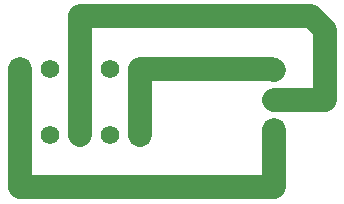
<source format=gtl>
G04 Layer: TopLayer*
G04 EasyEDA v6.3.43, 2020-06-01T11:41:27+03:00*
G04 bfb6ac60199344d8a78e771a5d16b29a,e0e0979b075945b6968547163b5211cc,10*
G04 Gerber Generator version 0.2*
G04 Scale: 100 percent, Rotated: No, Reflected: No *
G04 Dimensions in millimeters *
G04 leading zeros omitted , absolute positions ,3 integer and 3 decimal *
%FSLAX33Y33*%
%MOMM*%
G90*
G71D02*

%ADD11C,1.999996*%
%ADD12C,1.574800*%
%ADD13R,1.574800X1.574800*%

%LPD*%
G54D11*
G01X23114Y11049D02*
G01X27432Y11049D01*
G01X27432Y17018D01*
G01X26289Y18161D01*
G01X6731Y18161D01*
G01X6731Y13716D01*
G01X1651Y8128D02*
G01X1651Y3683D01*
G01X23114Y3683D01*
G01X23114Y8509D01*
G01X11811Y13716D02*
G01X22987Y13716D01*
G01X23114Y13589D01*
G01X11811Y13716D02*
G01X11811Y8128D01*
G01X6731Y13716D02*
G01X6731Y8128D01*
G01X1651Y13716D02*
G01X1651Y8128D01*
G54D12*
G01X11811Y13716D03*
G01X9271Y13716D03*
G01X6731Y13716D03*
G01X4191Y13716D03*
G54D13*
G01X1651Y13716D03*
G54D12*
G01X1651Y8128D03*
G01X4191Y8128D03*
G01X6731Y8128D03*
G01X9271Y8128D03*
G54D13*
G01X11811Y8128D03*
G54D12*
G01X23114Y13589D03*
G01X23114Y11049D03*
G54D13*
G01X23114Y8509D03*
M00*
M02*

</source>
